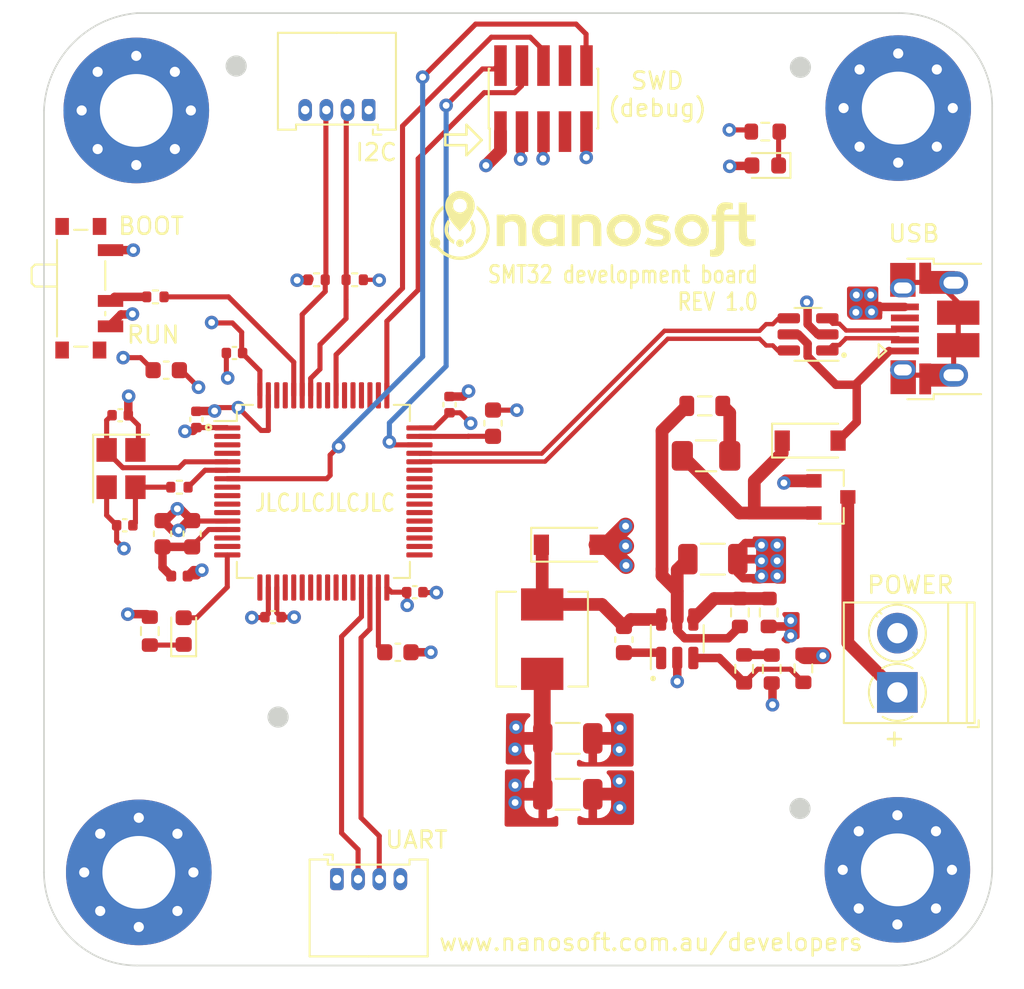
<source format=kicad_pcb>
(kicad_pcb (version 20201116) (generator pcbnew)
  (layers (0 "F.Cu" signal) (1 "In1.Cu" power) (2 "In2.Cu" power) (31 "B.Cu" signal) (34 "B.Paste" user) (35 "F.Paste" user) (36 "B.SilkS" user "B.Silkscreen") (37 "F.SilkS" user "F.Silkscreen") (38 "B.Mask" user) (39 "F.Mask" user) (44 "Edge.Cuts" user))
  (net 0 "")
  (net 1 "GND")
  (net 2 "+12V")
  (net 3 "BUCK_EN")
  (net 4 "BUCK_IN")
  (net 5 "Net-(D3-Pad1)")
  (net 6 "Net-(R4-Pad2)")
  (net 7 "BUCK_FB")
  (net 8 "+3V3")
  (net 9 "12C1_SCL")
  (net 10 "12C1_SDA")
  (net 11 "Net-(C16-Pad1)")
  (net 12 "HSC_OUT")
  (net 13 "BOOT0")
  (net 14 "Net-(R7-Pad1)")
  (net 15 "Net-(D4-Pad1)")
  (net 16 "USB_D-")
  (net 17 "+5V")
  (net 18 "USB_D+")
  (net 19 "USB_CONN_D+")
  (net 20 "USB_CONN_D-")
  (net 21 "BUCK_SW")
  (net 22 "BUCK_BST")
  (net 23 "Net-(F1-Pad1)")
  (net 24 "Net-(D1-Pad1)")
  (net 25 "no_connect_49")
  (net 26 "no_connect_59")
  (net 27 "no_connect_67")
  (net 28 "no_connect_81")
  (net 29 "SWO")
  (net 30 "no_connect_82")
  (net 31 "no_connect_44")
  (net 32 "no_connect_45")
  (net 33 "no_connect_46")
  (net 34 "no_connect_47")
  (net 35 "SWCLK")
  (net 36 "Net-(C14-Pad1)")
  (net 37 "SWDIO")
  (net 38 "no_connect_48")
  (net 39 "no_connect_50")
  (net 40 "no_connect_51")
  (net 41 "no_connect_52")
  (net 42 "no_connect_53")
  (net 43 "no_connect_54")
  (net 44 "no_connect_55")
  (net 45 "no_connect_56")
  (net 46 "no_connect_57")
  (net 47 "no_connect_58")
  (net 48 "no_connect_60")
  (net 49 "Net-(C13-Pad1)")
  (net 50 "USART3_RX")
  (net 51 "USART3_TX")
  (net 52 "no_connect_61")
  (net 53 "no_connect_62")
  (net 54 "no_connect_63")
  (net 55 "no_connect_64")
  (net 56 "no_connect_65")
  (net 57 "no_connect_66")
  (net 58 "no_connect_68")
  (net 59 "no_connect_69")
  (net 60 "no_connect_70")
  (net 61 "no_connect_71")
  (net 62 "LED_STATUS")
  (net 63 "no_connect_72")
  (net 64 "no_connect_73")
  (net 65 "+3.3VA")
  (net 66 "no_connect_74")
  (net 67 "no_connect_75")
  (net 68 "no_connect_76")
  (net 69 "no_connect_77")
  (net 70 "NRST")
  (net 71 "HSE_IN")
  (net 72 "no_connect_78")
  (net 73 "no_connect_79")
  (net 74 "no_connect_80")
  (net 75 "no_connect_43")
  (net 76 "no_connect_42")
  (net 77 "no_connect_37")
  (net 78 "no_connect_36")
  (net 79 "no_connect_38")
  (net 80 "no_connect_39")
  (net 81 "no_connect_40")
  (net 82 "no_connect_41")
  (footprint "Resistor_SMD:R_0603_1608Metric" (layer "F.Cu") (at 129.6 104.2 -90)
    (fp_text reference "R3")
    (fp_text value "47k")
  )
  (footprint "Capacitor_SMD:C_0402_1005Metric" (layer "F.Cu") (at 98.277327 101.175507 180)
    (fp_text reference "C7")
    (fp_text value "100n")
  )
  (footprint "Capacitor_SMD:C_0603_1608Metric" (layer "F.Cu") (at 93.5 96.25 90)
    (fp_text reference "C12")
    (fp_text value "10n")
  )
  (footprint "Inductor_SMD:L_Sunlord_MWSA0518_5.4x5.2mm" (layer "F.Cu") (at 114.175 102.475 -90)
    (fp_text reference "L1")
    (fp_text value "10u")
  )
  (footprint "Resistor_SMD:R_0603_1608Metric" (layer "F.Cu") (at 127.73 104.24 -90)
    (fp_text reference "R5")
    (fp_text value "270")
  )
  (footprint "Resistor_SMD:R_0603_1608Metric" (layer "F.Cu") (at 91 102 -90)
    (fp_text reference "R9")
    (fp_text value "1k5")
  )
  (footprint "Connector_PinHeader_1.27mm:PinHeader_2x05_P1.27mm_Vertical_SMD" (layer "F.Cu") (at 114.25 70.55 90)
    (fp_text reference "J2")
    (fp_text value "swd")
  )
  (footprint "Capacitor_SMD:C_0402_1005Metric" (layer "F.Cu") (at 89.25 89.25)
    (fp_text reference "C15")
    (fp_text value "12p")
  )
  (footprint "Package_QFP:LQFP-64_10x10mm_P0.5mm" (layer "F.Cu") (at 101.25 93.75)
    (fp_text reference "U2")
    (fp_text value "STM32F405RGT6")
  )
  (footprint "Capacitor_SMD:C_0603_1608Metric" (layer "F.Cu") (at 91.75 96.25 90)
    (fp_text reference "C11")
    (fp_text value "1u")
  )
  (footprint "TerminalBlock_Phoenix:TerminalBlock_Phoenix_PT-1,5-2-3.5-H_1x02_P3.50mm_Horizontal" (layer "F.Cu") (at 135.15 105.62 90)
    (fp_text reference "J1")
    (fp_text value "Screw_Terminal_01x02")
  )
  (footprint "Button_Switch_SMD:SW_SPDT_PCM12" (layer "F.Cu") (at 87.25 81.75 -90)
    (fp_text reference "SW1")
    (fp_text value "SW_SPDT")
  )
  (footprint "Capacitor_SMD:C_0402_1005Metric" (layer "F.Cu") (at 93.75 89.5 90)
    (fp_text reference "C6")
    (fp_text value "100n")
  )
  (footprint "Resistor_SMD:R_0603_1608Metric" (layer "F.Cu") (at 127.35 72.5)
    (fp_text reference "R6")
    (fp_text value "1k")
  )
  (footprint "Inductor_SMD:L_0402_1005Metric" (layer "F.Cu") (at 92.75 98.75 180)
    (fp_text reference "L2")
    (fp_text value "39n")
  )
  (footprint "Inductor_SMD:L_0805_2012Metric" (layer "F.Cu") (at 123.775 88.7)
    (fp_text reference "FB1")
    (fp_text value "600 @ 600MHz")
  )
  (footprint "Diode_SMD:D_SOD-123" (layer "F.Cu") (at 130 90.75)
    (fp_text reference "D1")
    (fp_text value "b5819w")
  )
  (footprint "Capacitor_SMD:C_0603_1608Metric" (layer "F.Cu") (at 105.65 103.25)
    (fp_text reference "C13")
    (fp_text value "2u2")
  )
  (footprint "Capacitor_SMD:C_0603_1608Metric" (layer "F.Cu") (at 111.27 89.72 90)
    (fp_text reference "C14")
    (fp_text value "2u2")
  )
  (footprint "test logo:nanosoft_silkscreen_kicad" (layer "F.Cu") (at 117.325 77.875)
    (fp_text reference "G***")
    (fp_text value "LOGO" hide)
  )
  (footprint "Resistor_SMD:R_0402_1005Metric" (layer "F.Cu") (at 92.75 93.5 180)
    (fp_text reference "R8")
    (fp_text value "47")
  )
  (footprint "Diode_SMD:D_SOD-123" (layer "F.Cu") (at 115.775 96.9)
    (fp_text reference "D2")
    (fp_text value "b5819w")
  )
  (footprint "LED_SMD:LED_0603_1608Metric" (layer "F.Cu") (at 93 102 90)
    (fp_text reference "D4")
    (fp_text value "BLUE")
  )
  (footprint "Resistor_SMD:R_0603_1608Metric" (layer "F.Cu") (at 126.1 104.23 90)
    (fp_text reference "R4")
    (fp_text value "15k")
  )
  (footprint "Resistor_SMD:R_0402_1005Metric" (layer "F.Cu") (at 100.85 81.25)
    (fp_text reference "R10")
    (fp_text value "2k2")
  )
  (footprint "Connector_Molex:Molex_PicoBlade_53048-0410_1x04_P1.25mm_Horizontal" (layer "F.Cu") (at 103.925 71.225 180)
    (fp_text reference "J3")
    (fp_text value "Conn_01x04")
  )
  (footprint "Resistor_SMD:R_0402_1005Metric" (layer "F.Cu") (at 103.1 81.25 180)
    (fp_text reference "R11")
    (fp_text value "2k2")
  )
  (footprint "Capacitor_SMD:C_0603_1608Metric" (layer "F.Cu") (at 119 102.5 -90)
    (fp_text reference "C4")
    (fp_text value "10n")
  )
  (footprint "Package_TO_SOT_SMD:SOT-23-6" (layer "F.Cu") (at 122.15 102.45 90)
    (fp_text reference "U1")
    (fp_text value "SchmillipKiCADLibrary_MP2359DJ-LF-Z")
  )
  (footprint "Capacitor_SMD:C_0603_1608Metric" (layer "F.Cu") (at 91.97 86.59)
    (fp_text reference "C5")
    (fp_text value "4u7")
  )
  (footprint "Resistor_SMD:R_0402_1005Metric" (layer "F.Cu") (at 91.33 82.26)
    (fp_text reference "R7")
    (fp_text value "10k")
  )
  (footprint "Capacitor_SMD:C_0402_1005Metric" (layer "F.Cu") (at 108.7 88.625 90)
    (fp_text reference "C9")
    (fp_text value "100n")
  )
  (footprint "MountingHole:MountingHole_4.3mm_M4_Pad_Via" (layer "F.Cu") (at 135.2 71.11)
    (fp_text reference "H2")
    (fp_text value "MountingHole_Pad")
  )
  (footprint "Capacitor_SMD:C_1206_3216Metric" (layer "F.Cu") (at 115.685 108.335 180)
    (fp_text reference "C3")
    (fp_text value "10u")
  )
  (footprint "Fuse:Fuse_1206_3216Metric" (layer "F.Cu") (at 123.85 91.65 180)
    (fp_text reference "F1")
    (fp_text value "250mA")
  )
  (footprint "Capacitor_SMD:C_1206_3216Metric" (layer "F.Cu") (at 124.25 97.75)
    (fp_text reference "C1")
    (fp_text value "10u")
  )
  (footprint "Resistor_SMD:R_0603_1608Metric" (layer "F.Cu") (at 127.55 100.9 -90)
    (fp_text reference "R2")
    (fp_text value "68k")
  )
  (footprint "MountingHole:MountingHole_4.3mm_M4_Pad_Via" (layer "F.Cu") (at 90.2 71.25)
    (fp_text reference "H4")
    (fp_text value "MountingHole_Pad")
  )
  (footprint "Crystal:Crystal_SMD_3225-4Pin_3.2x2.5mm" (layer "F.Cu") (at 89.3 92.4 -90)
    (fp_text reference "Y1")
    (fp_text value "16MHz")
  )
  (footprint "Package_TO_SOT_SMD:SOT-23-6" (layer "F.Cu") (at 129.875 84.475 180)
    (fp_text reference "U3")
    (fp_text value "USBLC6-2SC6")
  )
  (footprint "Package_TO_SOT_SMD:SOT-23" (layer "F.Cu") (at 131.225 94.075)
    (fp_text reference "Q1")
    (fp_text value "AO3401A")
  )
  (footprint "Connector_Molex:Molex_PicoBlade_53048-0410_1x04_P1.25mm_Horizontal" (layer "F.Cu") (at 102.05 116.65)
    (fp_text reference "J4")
    (fp_text value "Conn_01x04")
  )
  (footprint "Capacitor_SMD:C_0402_1005Metric" (layer "F.Cu") (at 96 85.575 180)
    (fp_text reference "C10")
    (fp_text value "100n")
  )
  (footprint "Capacitor_SMD:C_1206_3216Metric" (layer "F.Cu") (at 115.685 111.635 180)
    (fp_text reference "C2")
    (fp_text value "10u")
  )
  (footprint "Capacitor_SMD:C_0402_1005Metric" (layer "F.Cu") (at 106.65 99.7)
    (fp_text reference "C8")
    (fp_text value "100n")
  )
  (footprint "LED_SMD:LED_0603_1608Metric" (layer "F.Cu") (at 127.35 74.5 180)
    (fp_text reference "D3")
    (fp_text value "RED")
  )
  (footprint "MountingHole:MountingHole_4.3mm_M4_Pad_Via" (layer "F.Cu") (at 90.35 116.25)
    (fp_text reference "H1")
    (fp_text value "MountingHole_Pad")
  )
  (footprint "Connector_USB:USB_Micro-B_Amphenol_10103594-0001LF_Horizontal" (layer "F.Cu") (at 137.36 84.13 90)
    (fp_text reference "J5")
    (fp_text value "USB_B_Micro")
  )
  (footprint "MountingHole:MountingHole_4.3mm_M4_Pad_Via" (layer "F.Cu") (at 135.15 116.1)
    (fp_text reference "H3")
    (fp_text value "MountingHole_Pad")
  )
  (footprint "Resistor_SMD:R_0603_1608Metric" (layer "F.Cu") (at 125.85 100.9 90)
    (fp_text reference "R1")
    (fp_text value "100k")
  )
  (footprint "Capacitor_SMD:C_0402_1005Metric" (layer "F.Cu") (at 89.52 95.75 180)
    (fp_text reference "C16")
    (fp_text value "12p")
  )
  (gr_rect (start 109.7 72.1) (end 109.7 72.675) (layer "F.SilkS") (width 0.15) (fill none))
  (gr_line (start 110.6 73) (end 109.7 72.1) (layer "F.SilkS") (width 0.15))
  (gr_circle (center 94.47 89.97) (end 94.525 89.925) (layer "F.SilkS") (width 0.15) (fill none))
  (gr_line (start 109.7 73.9) (end 110.6 73) (layer "F.SilkS") (width 0.15))
  (gr_line (start 108.45 73.3) (end 109.7 73.3) (layer "F.SilkS") (width 0.15))
  (gr_line (start 109.7 72.675) (end 108.45 72.675) (layer "F.SilkS") (width 0.15))
  (gr_circle (center 120.725 104.8) (end 120.8 104.75) (layer "F.SilkS") (width 0.15) (fill none))
  (gr_line (start 108.45 72.675) (end 108.45 73.3) (layer "F.SilkS") (width 0.15))
  (gr_line (start 109.7 73.3) (end 109.7 73.9) (layer "F.SilkS") (width 0.15))
  (gr_circle (center 132 85.7) (end 132.075 85.65) (layer "F.SilkS") (width 0.15) (fill none))
  (gr_line (start 135.25 65.5) (end 90.25 65.5) (layer "Edge.Cuts") (width 0.1))
  (gr_arc (start 90.744699 71.478625) (end 90.25 65.5) (angle -83.08577861) (layer "Edge.Cuts") (width 0.1))
  (gr_circle (center 96.1 68.625) (end 96.676 68.625) (layer "Edge.Cuts") (width 0.1) (fill solid))
  (gr_line (start 140.75 116) (end 140.75 71) (layer "Edge.Cuts") (width 0.1))
  (gr_line (start 90.25 121.75) (end 135.25 121.75) (layer "Edge.Cuts") (width 0.1))
  (gr_line (start 84.75 71.25) (end 84.75 116.25) (layer "Edge.Cuts") (width 0.1))
  (gr_arc (start 90.25 116.25) (end 84.75 116.25) (angle -90) (layer "Edge.Cuts") (width 0.1))
  (gr_arc (start 134.994318 116) (end 140.75 116) (angle 87.45393815) (layer "Edge.Cuts") (width 0.1))
  (gr_circle (center 129.425 68.7) (end 130.001 68.7) (layer "Edge.Cuts") (width 0.1) (fill solid))
  (gr_circle (center 129.4 112.475) (end 129.976 112.475) (layer "Edge.Cuts") (width 0.1) (fill solid))
  (gr_circle (center 98.575 107.075) (end 99.151 107.075) (layer "Edge.Cuts") (width 0.1) (fill solid))
  (gr_arc (start 135.25 71) (end 135.25 65.5) (angle 90) (layer "Edge.Cuts") (width 0.1))
  (gr_text "USB" (at 136.125 78.525) (layer "F.SilkS") (effects (font (size 1 1))))
  (gr_text "www.nanosoft.com.au/developers" (at 120.6 120.375) (layer "F.SilkS") (effects (font (size 1 1))))
  (gr_text "UART" (at 106.75 114.325) (layer "F.SilkS") (effects (font (size 1 1))))
  (gr_text "BOOT" (at 91.075 78.075) (layer "F.SilkS") (effects (font (size 1 1))))
  (gr_text "I2C" (at 104.375 73.725) (layer "F.SilkS") (effects (font (size 1 1))))
  (gr_text " SWD \n(debug)" (at 120.975 70.3) (layer "F.SilkS") (effects (font (size 1 1))))
  (gr_text "POWER" (at 135.925 99.275) (layer "F.SilkS") (effects (font (size 1 1))))
  (gr_text "RUN" (at 91.2 84.5) (layer "F.SilkS") (effects (font (size 1 1))))
  (gr_text "SMT32 development board\nREV 1.0" (at 127 81.75) (layer "F.SilkS") (effects (font (size 1 0.8)) (justify right)))
  (gr_text "JLCJLCJLCJLC" (at 101.35 94.425) (layer "F.SilkS") (effects (font (size 1 0.8))))
  (gr_text "+" (at 134.975 108.3) (layer "F.SilkS") (effects (font (size 1 1))))
  (segment (start 91.75 95.475) (end 91.925 95.475) (width 0.5) (layer "F.Cu") (net 1))
  (segment (start 89.73 89.25) (end 89.73 88.145) (width 0.5) (layer "F.Cu") (net 1))
  (segment (start 126.425 72.4) (end 126.525 72.5) (width 0.3) (layer "F.Cu") (net 1))
  (segment (start 118 96.9) (end 119.1 95.8) (width 1) (layer "F.Cu") (net 1))
  (segment (start 128.575 93.125) (end 128.45 93.25) (width 0.75) (layer "F.Cu") (net 1))
  (segment (start 93.5 95.475) (end 93.275 95.475) (width 0.5) (layer "F.Cu") (net 1))
  (segment (start 127 96.8) (end 127.125 96.925) (width 0.5) (layer "F.Cu") (net 1))
  (segment (start 88.45 93.5) (end 88.45 95.16) (width 0.3) (layer "F.Cu") (net 1))
  (segment (start 90.825 101) (end 91 101.175) (width 0.5) (layer "F.Cu") (net 1))
  (segment (start 119.025 96.9) (end 119.1 96.975) (width 1) (layer "F.Cu") (net 1))
  (segment (start 97.575 90.15) (end 96.225 88.8) (width 0.3) (layer "F.Cu") (net 1))
  (segment (start 127.95 97.75) (end 128.05 97.85) (width 0.5) (layer "F.Cu") (net 1))
  (segment (start 98 88.075) (end 98 90.15) (width 0.3) (layer "F.Cu") (net 1))
  (segment (start 127.73 105.065) (end 127.73 105.055) (width 0.5) (layer "F.Cu") (net 1))
  (segment (start 92.625 94.775) (end 92.8 94.775) (width 0.5) (layer "F.Cu") (net 1))
  (segment (start 127.775 106.35) (end 127.775 105.11) (width 0.5) (layer "F.Cu") (net 1))
  (segment (start 88.68 83.92) (end 89.29999 83.30001) (width 0.5) (layer "F.Cu") (net 1))
  (segment (start 93.275 95.475) (end 92.7 96.05) (width 0.5) (layer "F.Cu") (net 1))
  (segment (start 109.505 88.145) (end 109.825 87.825) (width 0.5) (layer "F.Cu") (net 1))
  (segment (start 130.225 93.125) (end 128.575 93.125) (width 0.75) (layer "F.Cu") (net 1))
  (segment (start 98 99.425) (end 98 100.972834) (width 0.3) (layer "F.Cu") (net 1))
  (segment (start 97.772834 101.2) (end 97.797327 101.175507) (width 0.3) (layer "F.Cu") (net 1))
  (segment (start 117.9 96.9) (end 119.125 98.125) (width 1) (layer "F.Cu") (net 1))
  (segment (start 117.425 96.9) (end 119.025 96.9) (width 1) (layer "F.Cu") (net 1))
  (segment (start 90.325 91.125) (end 90.15 91.3) (width 0.3) (layer "F.Cu") (net 1))
  (segment (start 92.325 96.05) (end 91.75 95.475) (width 0.5) (layer "F.Cu") (net 1))
  (segment (start 98 90.15) (end 97.575 90.15) (width 0.3) (layer "F.Cu") (net 1))
  (segment (start 112.675 88.95) (end 111.275 88.95) (width 0.3) (layer "F.Cu") (net 1))
  (segment (start 95.52 86.97) (end 95.6 87.05) (width 0.3) (layer "F.Cu") (net 1))
  (segment (start 117.425 96.9) (end 118 96.9) (width 1) (layer "F.Cu") (net 1))
  (segment (start 89.325 83.275) (end 89.325 83.355) (width 0.3) (layer "F.Cu") (net 1))
  (segment (start 95.025 88.8) (end 94.825 89) (width 0.3) (layer "F.Cu") (net 1))
  (segment (start 126.175 96.8) (end 127 96.8) (width 0.5) (layer "F.Cu") (net 1))
  (segment (start 116.775 72.385) (end 116.765 72.375) (width 0.5) (layer "F.Cu") (net 1))
  (segment (start 88.45 95.16) (end 89.04 95.75) (width 0.3) (layer "F.Cu") (net 1))
  (segment (start 130.451458 84.475) (end 129.85001 83.873552) (width 0.5) (layer "F.Cu") (net 1))
  (segment (start 89.325 83.355) (end 88.68 84) (width 0.3) (layer "F.Cu") (net 1))
  (segment (start 117.17 111.625) (end 118.725 111.625) (width 0.75) (layer "F.Cu") (net 1))
  (segment (start 107.155 99.725) (end 107.13 99.7) (width 0.3) (layer "F.Cu") (net 1))
  (segment (start 91.925 95.475) (end 92.625 94.775) (width 0.5) (layer "F.Cu") (net 1))
  (segment (start 131.0125 84.475) (end 130.451458 84.475) (width 0.5) (layer "F.Cu") (net 1))
  (segment (start 92.7 96.05) (end 92.325 96.05) (width 0.5) (layer "F.Cu") (net 1))
  (segment (start 111.275 88.95) (end 111.27 88.945) (width 0.3) (layer "F.Cu") (net 1))
  (segment (start 127.775 105.11) (end 127.73 105.065) (width 0.5) (layer "F.Cu") (net 1))
  (segment (start 92.865 86.59) (end 93.875 87.6) (width 0.3) (layer "F.Cu") (net 1))
  (segment (start 93.525 95.5) (end 93.5 95.475) (width 0.3) (layer "F.Cu") (net 1))
  (segment (start 125.725 97.75) (end 125.75 97.725) (width 0.5) (layer "F.Cu") (net 1))
  (segment (start 89.73 89.25) (end 90.325 89.845) (width 0.3) (layer "F.Cu") (net 1))
  (segment (start 127.73 105.065) (end 127.785 105.065) (width 0.5) (layer "F.Cu") (net 1))
  (segment (start 95.52 85.575) (end 95.52 86.97) (width 0.3) (layer "F.Cu") (net 1))
  (segment (start 93.945 87.53) (end 93.875 87.6) (width 0.5) (layer "F.Cu") (net 1))
  (segment (start 125.725 97.75) (end 127.95 97.75) (width 0.5) (layer "F.Cu") (net 1))
  (segment (start 133.92 82.855) (end 133.625 83.15) (width 0.5) (layer "F.Cu") (net 1))
  (segment (start 129.85001 83.873552) (end 129.85001 82.62501) (width 0.5) (layer "F.Cu") (net 1))
  (segment (start 127 98.875) (end 127.125 98.75) (width 0.5) (layer "F.Cu") (net 1))
  (segment (start 117.425 96.9) (end 117.9 96.9) (width 1) (layer "F.Cu") (net 1))
  (segment (start 89.04 96.69) (end 89.04 95.75) (width 0.3) (layer "F.Cu") (net 1))
  (segment (start 107.925 99.725) (end 107.155 99.725) (width 0.3) (layer "F.Cu") (net 1))
  (segment (start 125.725 97.25) (end 126.175 96.8) (width 0.5) (layer "F.Cu") (net 1))
  (segment (start 107.6 103.25) (end 106.425 103.25) (width 0.5) (layer "F.Cu") (net 1))
  (segment (start 116.775 74.025) (end 116.775 72.385) (width 0.5) (layer "F.Cu") (net 1))
  (segment (start 125.225 72.4) (end 126.425 72.4) (width 0.3) (layer "F.Cu") (net 1))
  (segment (start 97.025 101.2) (end 97.772834 101.2) (width 0.3) (layer "F.Cu") (net 1))
  (segment (start 98 100.972834) (end 97.797327 101.175507) (width 0.3) (layer "F.Cu") (net 1))
  (segment (start 90.325 89.845) (end 90.325 91.125) (width 0.3) (layer "F.Cu") (net 1))
  (segment (start 125.725 98.55) (end 126.05 98.875) (width 0.5) (layer "F.Cu") (net 1))
  (segment (start 95.575 95.5) (end 93.525 95.5) (width 0.3) (layer "F.Cu") (net 1))
  (segment (start 117.16 108.335) (end 118.715 108.335) (width 0.75) (layer "F.Cu") (net 1))
  (segment (start 114.225 74.1) (end 114.225 72.375) (width 0.5) (layer "F.Cu") (net 1))
  (segment (start 96.225 88.8) (end 95.025 88.8) (width 0.3) (layer "F.Cu") (net 1))
  (segment (start 112.9 74.125) (end 112.9 72.43) (width 0.5) (layer "F.Cu") (net 1))
  (segment (start 89.94999 83.30001) (end 89.975 83.275) (width 0.5) (layer "F.Cu") (net 1))
  (segment (start 135.595 82.855) (end 133.92 82.855) (width 0.5) (layer "F.Cu") (net 1))
  (segment (start 89.73 88.145) (end 89.75 88.125) (width 0.5) (layer "F.Cu") (net 1))
  (segment (start 89.29999 83.30001) (end 89.325 83.30001) (width 0.5) (layer "F.Cu") (net 1))
  (segment (start 92.745 86.59) (end 92.865 86.59) (width 0.3) (layer "F.Cu") (net 1))
  (segment (start 94.825 89) (end 93.77 89) (width 0.5) (layer "F.Cu") (net 1))
  (segment (start 93.77 89) (end 93.75 89.02) (width 0.5) (layer "F.Cu") (net 1))
  (segment (start 89.29999 83.30001) (end 89.94999 83.30001) (width 0.5) (layer "F.Cu") (net 1))
  (segment (start 108.7 88.145) (end 109.505 88.145) (width 0.5) (layer "F.Cu") (net 1))
  (segment (start 122.15 104.975) (end 122.15 103.5875) (width 0.5) (layer "F.Cu") (net 1))
  (segment (start 92.8 94.775) (end 93.5 95.475) (width 0.5) (layer "F.Cu") (net 1))
  (segment (start 125.725 97.75) (end 125.725 97.25) (width 0.5) (layer "F.Cu") (net 1))
  (segment (start 89.975 83.275) (end 89.325 83.275) (width 0.3) (layer "F.Cu") (net 1))
  (segment (start 117.16 111.635) (end 117.17 111.625) (width 0.75) (layer "F.Cu") (net 1))
  (segment (start 88.68 84) (end 88.68 83.92) (width 0.5) (layer "F.Cu") (net 1))
  (segment (start 126.05 98.875) (end 127 98.875) (width 0.5) (layer "F.Cu") (net 1))
  (segment (start 89.475 97.125) (end 89.04 96.69) (width 0.3) (layer "F.Cu") (net 1))
  (segment (start 125.725 97.75) (end 125.725 98.55) (width 0.5) (layer "F.Cu") (net 1))
  (segment (start 89.7 101) (end 90.825 101) (width 0.5) (layer "F.Cu") (net 1))
  (segment (start 112.9 72.43) (end 112.955 72.375) (width 0.5) (layer "F.Cu") (net 1))
  (via (at 109.825 87.825) (size 0.8) (drill 0.4) (layers "F.Cu" "B.Cu") (net 1))
  (via (at 118.725 110.85) (size 0.8) (drill 0.4) (layers "F.Cu" "B.Cu") (net 1))
  (via (at 128.85 101.375) (size 0.8) (drill 0.4) (layers "F.Cu" "B.Cu") (net 1))
  (via (at 116.775 74.025) (size 0.8) (drill 0.4) (layers "F.Cu" "B.Cu") (net 1))
  (via (at 133.575 82.15) (size 0.8) (drill 0.4) (layers "F.Cu" "B.Cu") (net 1))
  (via (at 125.225 72.4) (size 0.8) (drill 0.4) (layers "F.Cu" "B.Cu") (net 1))
  (via (at 107.6 103.25) (size 0.8) (drill 0.4) (layers "F.Cu" "B.Cu") (net 1))
  (via (at 132.725 82.15) (size 0.8) (drill 0.4) (layers "F.Cu" "B.Cu") (net 1))
  (via (at 132.7 83.175) (size 0.8) (drill 0.4) (layers "F.Cu" "B.Cu") (net 1))
  (via (at 122.15 104.975) (size 0.8) (drill 0.4) (layers "F.Cu" "B.Cu") (net 1))
  (via (at 93.875 87.6) (size 0.8) (drill 0.4) (layers "F.Cu" "B.Cu") (net 1))
  (via (at 89.475 97.125) (size 0.8) (drill 0.4) (layers "F.Cu" "B.Cu") (net 1))
  (via (at 107.925 99.725) (size 0.8) (drill 0.4) (layers "F.Cu" "B.Cu") (net 1))
  (via (at 112.9 74.125) (size 0.8) (drill 0.4) (layers "F.Cu" "B.Cu") (net 1))
  (via (at 128.45 93.25) (size 0.8) (drill 0.4) (layers "F.Cu" "B.Cu") (net 1))
  (via (at 127.125 98.75) (size 0.8) (drill 0.4) (layers "F.Cu" "B.Cu") (net 1))
  (via (at 92.7 96.05) (size 0.8) (drill 0.4) (layers "F.Cu" "B.Cu") (net 1))
  (via (at 118.75 112.425) (size 0.8) (drill 0.4) (layers "F.Cu" "B.Cu") (net 1))
  (via (at 128.05 97.85) (size 0.8) (drill 0.4) (layers "F.Cu" "B.Cu") (net 1))
  (via (at 119.125 98.125) (size 0.8) (drill 0.4) (layers "F.Cu" "B.Cu") (net 1))
  (via (at 128.85 102.275) (size 0.8) (drill 0.4) (layers "F.Cu" "B.Cu") (net 1))
  (via (at 112.675 88.95) (size 0.8) (drill 0.4) (layers "F.Cu" "B.Cu") (net 1))
  (via (at 94.825 89) (size 0.8) (drill 0.4) (layers "F.Cu" "B.Cu") (net 1))
  (via (at 114.225 74.1) (size 0.8) (drill 0.4) (layers "F.Cu" "B.Cu") (net 1))
  (via (at 119.1 95.8) (size 0.8) (drill 0.4) (layers "F.Cu" "B.Cu") (net 1))
  (via (at 129.8 82.575) (size 0.8) (drill 0.4) (layers "F.Cu" "B.Cu") (net 1))
  (via (at 97.025 101.2) (size 0.8) (drill 0.4) (layers "F.Cu" "B.Cu") (net 1))
  (via (at 89.7 101) (size 0.8) (drill 0.4) (layers "F.Cu" "B.Cu") (net 1))
  (via (at 96.225 88.8) (size 0.8) (drill 0.4) (layers "F.Cu" "B.Cu") (net 1))
  (via (at 95.6 87.05) (size 0.8) (drill 0.4) (layers "F.Cu" "B.Cu") (net 1))
  (via (at 89.975 83.275) (size 0.8) (drill 0.4) (layers "F.Cu" "B.Cu") (net 1))
  (via (at 89.75 88.125) (size 0.8) (drill 0.4) (layers "F.Cu" "B.Cu") (net 1))
  (via (at 127.125 97.85) (size 0.8) (drill 0.4) (layers "F.Cu" "B.Cu") (net 1))
  (via (at 118.725 109) (size 0.8) (drill 0.4) (layers "F.Cu" "B.Cu") (net 1))
  (via (at 92.625 94.775) (size 0.8) (drill 0.4) (layers "F.Cu" "B.Cu") (net 1))
  (via (at 133.625 83.15) (size 0.8) (drill 0.4) (layers "F.Cu" "B.Cu") (net 1))
  (via (at 127.125 96.925) (size 0.8) (drill 0.4) (layers "F.Cu" "B.Cu") (net 1))
  (via (at 127.775 106.35) (size 0.8) (drill 0.4) (layers "F.Cu" "B.Cu") (net 1))
  (via (at 128.05 98.75) (size 0.8) (drill 0.4) (layers "F.Cu" "B.Cu") (net 1))
  (via (at 128.05 96.925) (size 0.8) (drill 0.4) (layers "F.Cu" "B.Cu") (net 1))
  (via (at 119.1 96.975) (size 0.8) (drill 0.4) (layers "F.Cu" "B.Cu") (net 1))
  (via (at 118.775 107.725) (size 0.8) (drill 0.4) (layers "F.Cu" "B.Cu") (net 1))
  (segment (start 132.225 102.695) (end 132.225 94.075) (width 0.75) (layer "F.Cu") (net 2))
  (segment (start 135.15 105.62) (end 132.225 102.695) (width 0.75) (layer "F.Cu") (net 2))
  (segment (start 127.55 100.075) (end 124.3375 100.075) (width 0.75) (layer "F.Cu") (net 3))
  (segment (start 124.3375 100.075) (end 123.1 101.3125) (width 0.75) (layer "F.Cu") (net 3))
  (segment (start 125.14999 102.42501) (end 122.60001 102.42501) (width 0.5) (layer "F.Cu") (net 4))
  (segment (start 122.60001 102.42501) (end 122.15 101.975) (width 0.5) (layer "F.Cu") (net 4))
  (segment (start 121.25 98.725) (end 122.15 99.625) (width 0.75) (layer "F.Cu") (net 4))
  (segment (start 121.25 98.35002) (end 121.25 98.725) (width 0.75) (layer "F.Cu") (net 4))
  (segment (start 122.7125 88.7125) (end 121.24999 90.17501) (width 0.75) (layer "F.Cu") (net 4))
  (segment (start 122.7125 88.7) (end 122.7125 88.7125) (width 0.75) (layer "F.Cu") (net 4))
  (segment (start 122.15 101.975) (end 122.15 101.3125) (width 0.5) (layer "F.Cu") (net 4))
  (segment (start 122.15 98.375) (end 122.15 101.3125) (width 0.75) (layer "F.Cu") (net 4))
  (segment (start 121.24999 90.17501) (end 121.24999 98.35001) (width 0.75) (layer "F.Cu") (net 4))
  (segment (start 125.85 101.725) (end 125.14999 102.42501) (width 0.5) (layer "F.Cu") (net 4))
  (segment (start 122.775 97.75) (end 122.15 98.375) (width 0.75) (layer "F.Cu") (net 4))
  (segment (start 122.15 99.625) (end 122.15 101.3125) (width 0.75) (layer "F.Cu") (net 4))
  (segment (start 121.24999 98.35001) (end 121.25 98.35002) (width 0.75) (layer "F.Cu") (net 4))
  (segment (start 128.1375 74.5) (end 128.1375 72.5375) (width 0.3) (layer "F.Cu") (net 5))
  (segment (start 128.1375 72.5375) (end 128.175 72.5) (width 0.3) (layer "F.Cu") (net 5))
  (segment (start 126.1 103.405) (end 127.72 103.405) (width 0.5) (layer "F.Cu") (net 6))
  (segment (start 127.72 103.405) (end 127.73 103.415) (width 0.5) (layer "F.Cu") (net 6))
  (segment (start 126.905 104.25) (end 128.825 104.25) (width 0.3) (layer "F.Cu") (net 7))
  (segment (start 124.6325 103.5875) (end 126.1 105.055) (width 0.5) (layer "F.Cu") (net 7))
  (segment (start 123.1 103.5875) (end 124.6325 103.5875) (width 0.5) (layer "F.Cu") (net 7))
  (segment (start 128.825 104.25) (end 129.6 105.025) (width 0.3) (layer "F.Cu") (net 7))
  (segment (start 126.1 105.055) (end 126.905 104.25) (width 0.3) (layer "F.Cu") (net 7))
  (segment (start 98.5 99.425) (end 98.5 100.91818) (width 0.3) (layer "F.Cu") (net 8))
  (segment (start 111.71 72.5) (end 111.71 73.64) (width 0.75) (layer "F.Cu") (net 8))
  (segment (start 90.455 85.85) (end 91.195 86.59) (width 0.3) (layer "F.Cu") (net 8))
  (segment (start 111.71 73.64) (end 110.85 74.5) (width 0.75) (layer "F.Cu") (net 8))
  (segment (start 93.75 89.98) (end 95.555 89.98) (width 0.3) (layer "F.Cu") (net 8))
  (segment (start 96.425 84.35) (end 96.425 85.55) (width 0.3) (layer "F.Cu") (net 8))
  (segment (start 90.025 79.5) (end 88.68 79.5) (width 0.5) (layer "F.Cu") (net 8))
  (segment (start 100.4 81.275) (end 100.4 81.225) (width 0.5) (layer "F.Cu") (net 8))
  (segment (start 94.675 83.8) (end 95.875 83.8) (width 0.3) (layer "F.Cu") (net 8))
  (segment (start 106.2 99.73) (end 106.17 99.7) (width 0.3) (layer "F.Cu") (net 8))
  (segment (start 126.55 74.525) (end 126.575 74.5) (width 0.5) (layer "F.Cu") (net 8))
  (segment (start 111.7 72.39) (end 111.685 72.375) (width 0.5) (layer "F.Cu") (net 8))
  (segment (start 112.685 111.635) (end 114.21 111.635) (width 0.75) (layer "F.Cu") (net 8))
  (segment (start 94.65 83.775) (end 94.675 83.8) (width 0.3) (layer "F.Cu") (net 8))
  (segment (start 93.585 98.4) (end 93.235 98.75) (width 0.5) (layer "F.Cu") (net 8))
  (segment (start 95.875 83.8) (end 96.425 84.35) (width 0.3) (layer "F.Cu") (net 8))
  (segment (start 125.5 74.525) (end 126.55 74.525) (width 0.5) (layer "F.Cu") (net 8))
  (segment (start 108.7 89.105) (end 109.33 89.105) (width 0.3) (layer "F.Cu") (net 8))
  (segment (start 93.75 89.98) (end 93.555 90.175) (width 0.5) (layer "F.Cu") (net 8))
  (segment (start 93.775 98.7) (end 93.275 98.7) (width 0.5) (layer "F.Cu") (net 8))
  (segment (start 126.5625 74.5) (end 126.575 74.5125) (width 0.5) (layer "F.Cu") (net 8))
  (segment (start 94.075 98.4) (end 93.585 98.4) (width 0.5) (layer "F.Cu") (net 8))
  (segment (start 109.33 89.105) (end 109.95 89.725) (width 0.3) (layer "F.Cu") (net 8))
  (segment (start 114.21 108.335) (end 114.21 111.635) (width 1) (layer "F.Cu") (net 8))
  (segment (start 97.5 88.075) (end 97.5 86.625) (width 0.3) (layer "F.Cu") (net 8))
  (segment (start 98.757834 101.175) (end 98.757327 101.175507) (width 0.3) (layer "F.Cu") (net 8))
  (segment (start 95.555 89.98) (end 95.575 90) (width 0.3) (layer "F.Cu") (net 8))
  (segment (start 103.61 81.25) (end 104.5 81.25) (width 0.25) (layer "F.Cu") (net 8))
  (segment (start 89.425 85.85) (end 90.455 85.85) (width 0.3) (layer "F.Cu") (net 8))
  (segment (start 106.925 90) (end 107.805 90) (width 0.3) (layer "F.Cu") (net 8))
  (segment (start 93.555 90.175) (end 93.1 90.175) (width 0.5) (layer "F.Cu") (net 8))
  (segment (start 94.075 98.4) (end 93.775 98.7) (width 0.5) (layer "F.Cu") (net 8))
  (segment (start 107.805 90) (end 108.7 89.105) (width 0.3) (layer "F.Cu") (net 8))
  (segment (start 106.2 100.475) (end 106.2 99.73) (width 0.3) (layer "F.Cu") (net 8))
  (segment (start 98.5 100.91818) (end 98.757327 101.175507) (width 0.3) (layer "F.Cu") (net 8))
  (segment (start 104.5 81.25) (end 104.6 81.25) (width 0.25) (layer "F.Cu") (net 8))
  (segment (start 99.525 101.175) (end 98.757834 101.175) (width 0.3) (layer "F.Cu") (net 8))
  (segment (start 114.21 108.335) (end 112.74 108.335) (width 0.75) (layer "F.Cu") (net 8))
  (segment (start 100.4 81.225) (end 100.425 81.2) (width 0.5) (layer "F.Cu") (net 8))
  (segment (start 130.75 103.45) (end 129.675 103.45) (width 1) (layer "F.Cu") (net 8))
  (segment (start 97.5 86.625) (end 96.425 85.55) (width 0.3) (layer "F.Cu") (net 8))
  (segment (start 100.35 81.275) (end 100.4 81.275) (width 0.5) (layer "F.Cu") (net 8))
  (segment (start 114.175 104.525) (end 114.175 108.3) (width 1) (layer "F.Cu") (net 8))
  (segment (start 99.7 81.275) (end 100.35 81.275) (width 0.5) (layer "F.Cu") (net 8))
  (segment (start 114.175 108.3) (end 114.21 108.335) (width 0.5) (layer "F.Cu") (net 8))
  (segment (start 105.275 99.7) (end 105 99.425) (width 0.3) (layer "F.Cu") (net 8))
  (segment (start 106.17 99.7) (end 105.275 99.7) (width 0.3) (layer "F.Cu") (net 8))
  (via (at 112.625 107.675) (size 0.8) (drill 0.4) (layers "F.Cu" "B.Cu") (net 8))
  (via (at 99.7 81.275) (size 0.8) (drill 0.4) (layers "F.Cu" "B.Cu") (net 8))
  (via (at 94.65 83.775) (size 0.8) (drill 0.4) (layers "F.Cu" "B.Cu") (net 8))
  (via (at 106.2 100.475) (size 0.8) (drill 0.4) (layers "F.Cu" "B.Cu") (net 8))
  (via (at 112.575 112.125) (size 0.8) (drill 0.4) (layers "F.Cu" "B.Cu") (net 8))
  (via (at 109.95 89.725) (size 0.8) (drill 0.4) (layers "F.Cu" "B.Cu") (net 8))
  (via (at 94.075 98.4) (size 0.8) (drill 0.4) (layers "F.Cu" "B.Cu") (net 8))
  (via (at 130.75 103.45) (size 0.8) (drill 0.4) (layers "F.Cu" "B.Cu") (net 8))
  (via (at 93.075 90.2) (size 0.8) (drill 0.4) (layers "F.Cu" "B.Cu") (net 8))
  (via (at 104.55 81.275) (size 0.8) (drill 0.4) (layers "F.Cu" "B.Cu") (net 8))
  (via (at 112.575 108.975) (size 0.8) (drill 0.4) (layers "F.Cu" "B.Cu") (net 8))
  (via (at 125.25 74.55) (size 0.8) (drill 0.4) (layers "F.Cu" "B.Cu") (net 8))
  (via (at 112.575 111.1) (size 0.8) (drill 0.4) (layers "F.Cu" "B.Cu") (net 8))
  (via (at 110.85 74.5) (size 0.8) (drill 0.4) (layers "F.Cu" "B.Cu") (net 8))
  (via (at 90.025 79.5) (size 0.8) (drill 0.4) (layers "F.Cu" "B.Cu") (net 8))
  (via (at 89.425 85.85) (size 0.8) (drill 0.4) (layers "F.Cu" "B.Cu") (net 8))
  (via (at 99.525 101.175) (size 0.8) (drill 0.4) (layers "F.Cu" "B.Cu") (net 8))
  (segment (start 102.59 83.54) (end 101.05 85.08) (width 0.3) (layer "F.Cu") (net 9))
  (segment (start 101.05 86.525) (end 100.5 87.075) (width 0.3) (layer "F.Cu") (net 9))
  (segment (start 101.05 85.08) (end 101.05 86.525) (width 0.3) (layer "F.Cu") (net 9))
  (segment (start 102.59 81.25) (end 102.6 81.24) (width 0.3) (layer "F.Cu") (net 9))
  (segment (start 102.59 82.415) (end 102.59 83.54) (width 0.3) (layer "F.Cu") (net 9))
  (segment (start 100.5 87.075) (end 100.5 88.075) (width 0.3) (layer "F.Cu") (net 9))
  (segment (start 102.6 81.24) (end 102.6 71.175) (width 0.3) (layer "F.Cu") (net 9))
  (segment (start 102.59 81.25) (end 102.59 82.415) (width 0.3) (layer "F.Cu") (net 9))
  (segment (start 101.36 81.25) (end 101.36 81.94) (width 0.3) (layer "F.Cu") (net 10))
  (segment (start 101.36 81.94) (end 100 83.3) (width 0.3) (layer "F.Cu") (net 10))
  (segment (start 100 83.3) (end 100 88.075) (width 0.3) (layer "F.Cu") (net 10))
  (segment (start 101.40001 81.20999) (end 101.36 81.25) (width 0.3) (layer "F.Cu") (net 10))
  (segment (start 101.4 71.175) (end 101.425 71.15) (width 0.3) (layer "F.Cu") (net 10))
  (segment (start 101.36 81.25) (end 101.4 81.21) (width 0.3) (layer "F.Cu") (net 10))
  (segment (start 101.4 81.21) (end 101.4 71.175) (width 0.3) (layer "F.Cu") (net 10))
  (segment (start 90.15 93.5) (end 90.15 95.6) (width 0.3) (layer "F.Cu") (net 11))
  (segment (start 92.24 93.5) (end 90.15 93.5) (width 0.3) (layer "F.Cu") (net 11))
  (segment (start 90.15 95.6) (end 90 95.75) (width 0.3) (layer "F.Cu") (net 11))
  (segment (start 95.575 92.5) (end 94.26 92.5) (width 0.3) (layer "F.Cu") (net 12))
  (segment (start 94.26 92.5) (end 93.26 93.5) (width 0.3) (layer "F.Cu") (net 12))
  (segment (start 91.84 82.26) (end 95.648188 82.26) (width 0.3) (layer "F.Cu") (net 13))
  (segment (start 95.648188 82.26) (end 99.5 86.111812) (width 0.3) (layer "F.Cu") (net 13))
  (segment (start 99.5 86.111812) (end 99.5 88.075) (width 0.3) (layer "F.Cu") (net 13))
  (segment (start 88.68 82.5) (end 88.92 82.26) (width 0.5) (layer "F.Cu") (net 14))
  (segment (start 88.92 82.26) (end 90.82 82.26) (width 0.5) (layer "F.Cu") (net 14))
  (segment (start 92.9625 102.825) (end 93 102.7875) (width 0.3) (layer "F.Cu") (net 15))
  (segment (start 91 102.825) (end 92.9625 102.825) (width 0.3) (layer "F.Cu") (net 15))
  (segment (start 114.341342 91.985) (end 121.591342 84.735) (width 0.26) (layer "F.Cu") (net 16))
  (segment (start 121.591342 84.735) (end 127.006162 84.735) (width 0.26) (layer "F.Cu") (net 16))
  (segment (start 127.006162 84.735) (end 127.401172 85.13001) (width 0.26) (layer "F.Cu") (net 16))
  (segment (start 106.925 92) (end 106.94 91.985) (width 0.26) (layer "F.Cu") (net 16))
  (segment (start 127.79251 85.13001) (end 128.1125 85.45) (width 0.26) (layer "F.Cu") (net 16))
  (segment (start 127.401172 85.13001) (end 127.79251 85.13001) (width 0.26) (layer "F.Cu") (net 16))
  (segment (start 106.94 91.985) (end 114.341342 91.985) (width 0.26) (layer "F.Cu") (net 16))
  (segment (start 132.75 87.363588) (end 134.658578 85.45501) (width 0.5) (layer "F.Cu") (net 17))
  (segment (start 129.85001 85.773552) (end 131.526458 87.45) (width 0.5) (layer "F.Cu") (net 17))
  (segment (start 131.65 90.75) (end 132.75 89.65) (width 0.5) (layer "F.Cu") (net 17))
  (segment (start 129.298542 84.475) (end 129.85001 85.026468) (width 0.5) (layer "F.Cu") (net 17))
  (segment (start 129.85001 85.026468) (end 129.85001 85.773552) (width 0.5) (layer "F.Cu") (net 17))
  (segment (start 131.526458 87.45) (end 132.7 87.45) (width 0.5) (layer "F.Cu") (net 17))
  (segment (start 132.75 89.65) (end 132.75 87.363588) (width 0.5) (layer "F.Cu") (net 17))
  (segment (start 128.7375 84.475) (end 129.298542 84.475) (width 0.5) (layer "F.Cu") (net 17))
  (segment (start 121.396658 84.265) (end 127.006162 84.265) (width 0.26) (layer "F.Cu") (net 18))
  (segment (start 127.79251 83.86999) (end 128.1125 83.55) (width 0.26) (layer "F.Cu") (net 18))
  (segment (start 114.146658 91.515) (end 121.396658 84.265) (width 0.26) (layer "F.Cu") (net 18))
  (segment (start 106.925 91.5) (end 106.94 91.515) (width 0.26) (layer "F.Cu") (net 18))
  (segment (start 106.94 91.515) (end 114.146658 91.515) (width 0.26) (layer "F.Cu") (net 18))
  (segment (start 127.401172 83.86999) (end 127.79251 83.86999) (width 0.26) (layer "F.Cu") (net 18))
  (segment (start 127.006162 84.265) (end 127.401172 83.86999) (width 0.26) (layer "F.Cu") (net 18))
  (segment (start 131.723828 83.84499) (end 132.123838 84.245) (width 0.26) (layer "F.Cu") (net 19))
  (segment (start 131.33249 83.84499) (end 131.723828 83.84499) (width 0.26) (layer "F.Cu") (net 19))
  (segment (start 131.0125 83.525) (end 131.33249 83.84499) (width 0.26) (layer "F.Cu") (net 19))
  (segment (start 132.123838 84.245) (end 135.05473 84.245) (width 0.26) (layer "F.Cu") (net 19))
  (segment (start 131.0125 85.425) (end 131.33249 85.10501) (width 0.26) (layer "F.Cu") (net 20))
  (segment (start 132.098838 84.705) (end 135.22027 84.705) (width 0.26) (layer "F.Cu") (net 20))
  (segment (start 131.33249 85.10501) (end 131.723828 85.10501) (width 0.26) (layer "F.Cu") (net 20))
  (segment (start 131.723828 85.10501) (end 132.123838 84.705) (width 0.26) (layer "F.Cu") (net 20))
  (segment (start 118.75 101.475) (end 119 101.725) (width 0.75) (layer "F.Cu") (net 21))
  (segment (start 114.175 100.425) (end 117.7 100.425) (width 0.75) (layer "F.Cu") (net 21))
  (segment (start 121.2 101.3125) (end 120.8625 101.3125) (width 0.3) (layer "F.Cu") (net 21))
  (segment (start 117.7 100.425) (end 119 101.725) (width 0.75) (layer "F.Cu") (net 21))
  (segment (start 119.4125 101.3125) (end 120.8625 101.3125) (width 0.5) (layer "F.Cu") (net 21))
  (segment (start 119.4125 101.3125) (end 119 101.725) (width 0.75) (layer "F.Cu") (net 21))
  (segment (start 114 100.7) (end 114.025 100.725) (width 0.25) (layer "F.Cu") (net 21))
  (segment (start 114.175 96.95) (end 114.125 96.9) (width 0.75) (layer "F.Cu") (net 21))
  (segment (start 119 101.725) (end 118.775 101.5) (width 0.3) (layer "F.Cu") (net 21))
  (segment (start 121.2 101.3125) (end 119.4125 101.3125) (width 0.75) (layer "F.Cu") (net 21))
  (segment (start 114.175 100.425) (end 114.175 96.95) (width 0.75) (layer "F.Cu") (net 21))
  (segment (start 119 103.275) (end 120.8875 103.275) (width 0.5) (layer "F.Cu") (net 22))
  (segment (start 125.25 91.65) (end 125.25 89.1125) (width 0.75) (layer "F.Cu") (net 23))
  (segment (start 125.25 89.1125) (end 124.8375 88.7) (width 0.75) (layer "F.Cu") (net 23))
  (segment (start 128.35 91.485048) (end 126.70001 93.135038) (width 0.75) (layer "F.Cu") (net 24))
  (segment (start 128.35 90.75) (end 128.35 91.485048) (width 0.75) (layer "F.Cu") (net 24))
  (segment (start 122.45 91.65) (end 125.825 95.025) (width 0.75) (layer "F.Cu") (net 24))
  (segment (start 126.70001 93.135038) (end 126.70001 94.73749) (width 0.75) (layer "F.Cu") (net 24))
  (segment (start 125.825 95.025) (end 130.225 95.025) (width 0.75) (layer "F.Cu") (net 24))
  (segment (start 126.4125 95.025) (end 126.70001 94.73749) (width 0.5) (layer "F.Cu") (net 24))
  (segment (start 130.225 95.025) (end 126.4125 95.025) (width 0.75) (layer "F.Cu") (net 24))
  (segment (start 128.35 90.75) (end 128.35 91.16685) (width 0.3) (layer "F.Cu") (net 24))
  (segment (start 114.225 67.680008) (end 113.469982 66.92499) (width 0.3) (layer "F.Cu") (net 29))
  (segment (start 105.925 72.17001) (end 105.925 81.75) (width 0.3) (layer "F.Cu") (net 29))
  (segment (start 105.925 81.75) (end 102 85.675) (width 0.3) (layer "F.Cu") (net 29))
  (segment (start 113.469982 66.92499) (end 111.17002 66.92499) (width 0.3) (layer "F.Cu") (net 29))
  (segment (start 114.225 68.475) (end 114.225 67.680008) (width 0.3) (layer "F.Cu") (net 29))
  (segment (start 102 85.675) (end 102 88.075) (width 0.3) (layer "F.Cu") (net 29))
  (segment (start 111.17002 66.92499) (end 105.925 72.17001) (width 0.3) (layer "F.Cu") (net 29))
  (segment (start 106.85 74.1) (end 106.85 81.85) (width 0.3) (layer "F.Cu") (net 35))
  (segment (start 105 83.7) (end 105 88.075) (width 0.3) (layer "F.Cu") (net 35))
  (segment (start 112.955 68.475) (end 112.955 69.26999) (width 0.3) (layer "F.Cu") (net 35))
  (segment (start 106.85 81.85) (end 105 83.7) (width 0.3) (layer "F.Cu") (net 35))
  (segment (start 112.95 69.27499) (end 112.95 69.8) (width 0.3) (layer "F.Cu") (net 35))
  (segment (start 112.955 68.475) (end 112.95 68.48) (width 0.3) (layer "F.Cu") (net 35))
  (segment (start 112.95 69.8) (end 112.55 70.2) (width 0.3) (layer "F.Cu") (net 35))
  (segment (start 110.75 70.2) (end 106.85 74.1) (width 0.3) (layer "F.Cu") (net 35))
  (segment (start 112.55 70.2) (end 110.75 70.2) (width 0.3) (layer "F.Cu") (net 35))
  (segment (start 112.955 69.26999) (end 112.95 69.27499) (width 0.3) (layer "F.Cu") (net 35))
  (segment (start 106.925 90.5) (end 109.815 90.5) (width 0.3) (layer "F.Cu") (net 36))
  (segment (start 109.82 90.495) (end 111.27 90.495) (width 0.3) (layer "F.Cu") (net 36))
  (segment (start 109.815 90.5) (end 109.82 90.495) (width 0.3) (layer "F.Cu") (net 36))
  (segment (start 105.325 91) (end 106.925 91) (width 0.3) (layer "F.Cu") (net 37))
  (segment (start 111.685 68.475) (end 111.36 68.8) (width 0.3) (layer "F.Cu") (net 37))
  (segment (start 111.36 68.8) (end 110.65 68.8) (width 0.3) (layer "F.Cu") (net 37))
  (segment (start 105.148942 90.823942) (end 105.325 91) (width 0.3) (layer "F.Cu") (net 37))
  (segment (start 110.65 68.8) (end 108.5 70.95) (width 0.3) (layer "F.Cu") (net 37))
  (via (at 105.148942 90.823942) (size 0.8) (drill 0.4) (layers "F.Cu" "B.Cu") (net 37))
  (via (at 108.5 70.95) (size 0.8) (drill 0.4) (layers "F.Cu" "B.Cu") (net 37))
  (segment (start 105.148942 89.701058) (end 105.148942 90.823942) (width 0.3) (layer "B.Cu") (net 37))
  (segment (start 108.5 86.35) (end 105.148942 89.701058) (width 0.3) (layer "B.Cu") (net 37))
  (segment (start 108.5 70.95) (end 108.5 86.35) (width 0.3) (layer "B.Cu") (net 37))
  (segment (start 104.5 102.875) (end 104.5 99.425) (width 0.3) (layer "F.Cu") (net 49))
  (segment (start 104.875 103.25) (end 104.5 102.875) (width 0.3) (layer "F.Cu") (net 49))
  (segment (start 104 99.825) (end 103.97501 99.84999) (width 0.25) (layer "F.Cu") (net 50))
  (segment (start 104 99.425) (end 104 101.875) (width 0.3) (layer "F.Cu") (net 50))
  (segment (start 104.55 114.1) (end 104.55 116.65) (width 0.3) (layer "F.Cu") (net 50))
  (segment (start 103.475 102.4) (end 103.475 113.025) (width 0.3) (layer "F.Cu") (net 50))
  (segment (start 103.475 113.025) (end 104.55 114.1) (width 0.3) (layer "F.Cu") (net 50))
  (segment (start 104 101.875) (end 103.475 102.4) (width 0.3) (layer "F.Cu") (net 50))
  (segment (start 102.325 102.325) (end 102.325 113.925) (width 0.3) (layer "F.Cu") (net 51))
  (segment (start 102.325 113.925) (end 103.3 114.9) (width 0.3) (layer "F.Cu") (net 51))
  (segment (start 103.3 114.9) (end 103.3 116.65) (width 0.3) (layer "F.Cu") (net 51))
  (segment (start 103.5 99.425) (end 103.5 101.15) (width 0.3) (layer "F.Cu") (net 51))
  (segment (start 103.5 101.15) (end 102.325 102.325) (width 0.3) (layer "F.Cu") (net 51))
  (segment (start 95.575 99.4) (end 95.575 97.5) (width 0.3) (layer "F.Cu") (net 62))
  (segment (start 93.7625 101.2125) (end 95.575 99.4) (width 0.3) (layer "F.Cu") (net 62))
  (segment (start 93 101.2125) (end 93.7625 101.2125) (width 0.3) (layer "F.Cu") (net 62))
  (segment (start 92.265 98.75) (end 91.75 98.235) (width 0.5) (layer "F.Cu") (net 65))
  (segment (start 91.75 98.235) (end 91.75 97.125) (width 0.5) (layer "F.Cu") (net 65))
  (segment (start 91.75 97.125) (end 91.725 97.1) (width 0.5) (layer "F.Cu") (net 65))
  (segment (start 91.75 97.025) (end 93.475 97.025) (width 0.5) (layer "F.Cu") (net 65))
  (segment (start 95.575 96) (end 94.475 96) (width 0.3) (layer "F.Cu") (net 65))
  (segment (start 94.475 96) (end 93.5 96.975) (width 0.3) (layer "F.Cu") (net 65))
  (segment (start 101.65 91.6) (end 101.65 92.801058) (width 0.3) (layer "F.Cu") (net 70))
  (segment (start 116.765 67.680008) (end 116.75 67.665008) (width 0.3) (layer "F.Cu") (net 70))
  (segment (start 116.175 66.15) (end 110.244308 66.15) (width 0.3) (layer "F.Cu") (net 70))
  (segment (start 101.65 92.801058) (end 101.451058 93) (width 0.3) (layer "F.Cu") (net 70))
  (segment (start 116.765 68.475) (end 116.765 66.74) (width 0.3) (layer "F.Cu") (net 70))
  (segment (start 102.15 91.1) (end 101.65 91.6) (width 0.3) (layer "F.Cu") (net 70))
  (segment (start 116.85 68.39) (end 116.765 68.475) (width 0.3) (layer "F.Cu") (net 70))
  (segment (start 116.765 68.475) (end 116.765 67.680008) (width 0.3) (layer "F.Cu") (net 70))
  (segment (start 101.451058 93) (end 95.575 93) (width 0.3) (layer "F.Cu") (net 70))
  (segment (start 116.765 66.74) (end 116.175 66.15) (width 0.3) (layer "F.Cu") (net 70))
  (segment (start 110.244308 66.15) (end 107.112852 69.281456) (width 0.3) (layer "F.Cu") (net 70))
  (segment (start 116.765 68.475) (end 116.75 68.46) (width 0.3) (layer "F.Cu") (net 70))
  (via (at 102.15 91.1) (size 0.8) (drill 0.4) (layers "F.Cu" "B.Cu") (net 70))
  (via (at 107.112852 69.281456) (size 0.8) (drill 0.4) (layers "F.Cu" "B.Cu") (net 70))
  (segment (start 107.112852 69.281456) (end 107.112852 85.787148) (width 0.3) (layer "B.Cu") (net 70))
  (segment (start 107.112852 85.787148) (end 106.05 86.85) (width 0.3) (layer "B.Cu") (net 70))
  (segment (start 102.1 90.8) (end 102.1 91.05) (width 0.3) (layer "B.Cu") (net 70))
  (segment (start 106.05 86.85) (end 102.1 90.8) (width 0.3) (layer "B.Cu") (net 70))
  (segment (start 102.1 91.05) (end 102.15 91.1) (width 0.3) (layer "B.Cu") (net 70))
  (segment (start 88.775 89.225) (end 88.775 89.2) (width 0.3) (layer "F.Cu") (net 71))
  (segment (start 88.45 91.39499) (end 89.40502 92.35001) (width 0.3) (layer "F.Cu") (net 71))
  (segment (start 88.45 91.3) (end 88.45 91.39499) (width 0.3) (layer "F.Cu") (net 71))
  (segment (start 95.575 92) (end 93.075 92) (width 0.3) (layer "F.Cu") (net 71))
  (segment (start 88.45 91.3) (end 88.45 89.55) (width 0.3) (layer "F.Cu") (net 71))
  (segment (start 92.72499 92.35001) (end 89.40502 92.35001) (width 0.3) (layer "F.Cu") (net 71))
  (segment (start 93.075 92) (end 92.72499 92.35001) (width 0.3) (layer "F.Cu") (net 71))
  (segment (start 88.45 89.55) (end 88.775 89.225) (width 0.3) (layer "F.Cu") (net 71))
  (segment (start 88.45 91.359634) (end 88.45 91.3) (width 0.25) (layer "F.Cu") (net 71))
  (segment (start 138.475 85.385) (end 138.745 85.115) (width 0.3) (layer "F.Cu") (net 75))
  (segment (start 135.475 86.575) (end 135.785 86.885) (width 0.3) (layer "F.Cu") (net 75))
  (segment (start 138.745 82.605) (end 137.545 81.405) (width 0.3) (layer "F.Cu") (net 75))
  (segment (start 137.545 81.405) (end 135.625 81.405) (width 0.3) (layer "F.Cu") (net 75))
  (segment (start 135.785 86.885) (end 138.475 86.885) (width 0.3) (layer "F.Cu") (net 75))
  (segment (start 138.745 83.195) (end 138.745 82.605) (width 0.3) (layer "F.Cu") (net 75))
  (segment (start 135.625 81.405) (end 135.475 81.255) (width 0.3) (layer "F.Cu") (net 75))
  (segment (start 138.745 85.115) (end 138.745 83.195) (width 0.3) (layer "F.Cu") (net 75))
  (segment (start 138.475 86.885) (end 138.475 85.385) (width 0.3) (layer "F.Cu") (net 75))
  (zone (net 8) (net_name "+3V3") (layer "F.Cu") (connect_pads (clearance 0.508)) (min_thickness 0.254) (fill yes (thermal_gap 0.508) (thermal_bridge_width 0.508))
    (polygon (pts (xy 115.193055 109.875) (xy 112.018055 109.875) (xy 112.043055 106.85) (xy 115.193055 106.85)))
  )
  (zone (net 1) (net_name "GND") (layer "F.Cu") (connect_pads (clearance 0.508)) (min_thickness 0.254) (fill yes (thermal_gap 0.508) (thermal_bridge_width 0.508))
    (polygon (pts (xy 119.575 110) (xy 116.225 110) (xy 116.225 106.85) (xy 119.575 106.85)))
  )
  (zone (net 1) (net_name "GND") (layer "F.Cu") (connect_pads (clearance 0.508)) (min_thickness 0.254) (fill yes (thermal_gap 0.508) (thermal_bridge_width 0.508))
    (polygon (pts (xy 134.025 82.55) (xy 136.675 82.55) (xy 136.675 83.175) (xy 134.425 83.175) (xy 134.425 83.8) (xy 132.175 83.8) (xy 132.175 81.65) (xy 134.025 81.65)))
  )
  (zone (net 1) (net_name "GND") (layer "F.Cu") (connect_pads (clearance 0.508)) (min_thickness 0.254) (fill yes (thermal_gap 0.508) (thermal_bridge_width 0.508))
    (polygon (pts (xy 128.575 99.2) (xy 124.8 99.2) (xy 124.8 96.4) (xy 128.575 96.4)))
  )
  (zone (net 1) (net_name "GND") (layer "F.Cu") (connect_pads (clearance 0.508)) (min_thickness 0.254) (fill yes (thermal_gap 0.508) (thermal_bridge_width 0.508))
    (polygon (pts (xy 129.375 102.725) (xy 126.775 102.725) (xy 126.775 100.875) (xy 129.375 100.875)))
  )
  (zone (net 8) (net_name "+3V3") (layer "F.Cu") (connect_pads (clearance 0.508)) (min_thickness 0.254) (fill yes (thermal_gap 0.508) (thermal_bridge_width 0.508))
    (polygon (pts (xy 115.125 113.55) (xy 111.95 113.55) (xy 111.975 110.175) (xy 115.125 110.175)))
  )
  (zone (net 1) (net_name "GND") (layer "F.Cu") (connect_pads (clearance 0.508)) (min_thickness 0.254) (fill yes (thermal_gap 0.508) (thermal_bridge_width 0.508))
    (polygon (pts (xy 119.6 113.45) (xy 116.25 113.45) (xy 116.25 110.225) (xy 119.6 110.225)))
  )
)
</source>
